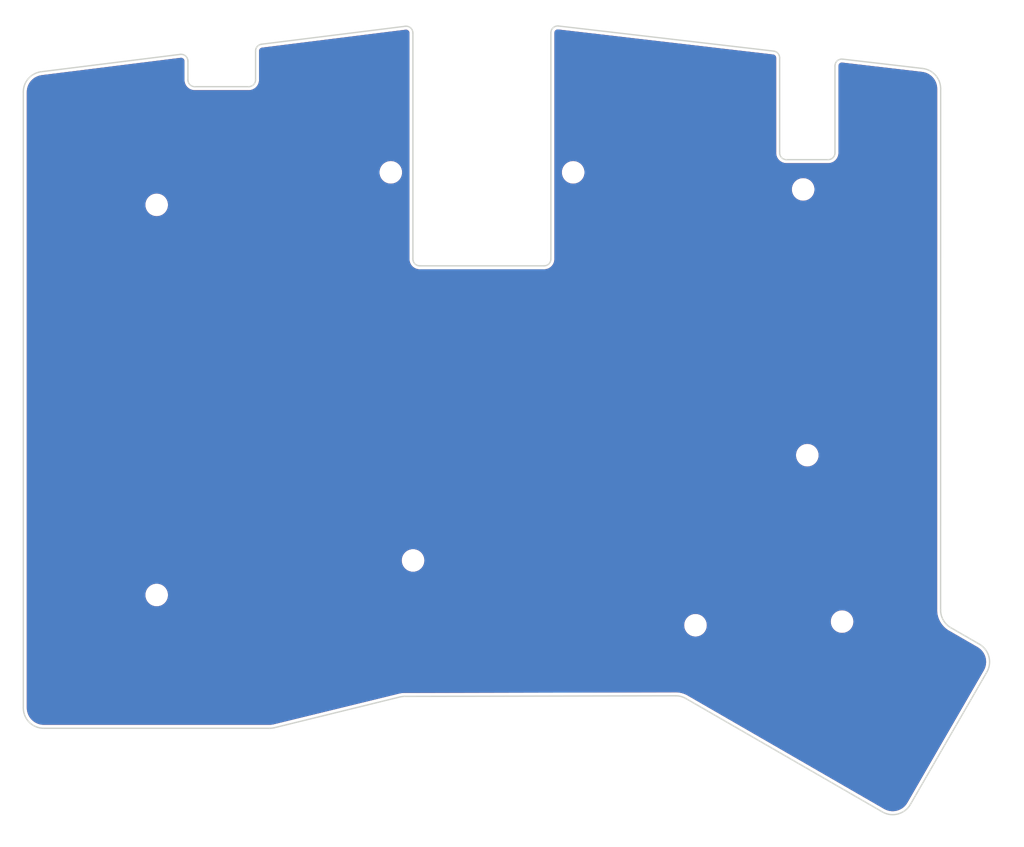
<source format=kicad_pcb>
(kicad_pcb (version 20211014) (generator pcbnew)
  (layers (0 "F.Cu" signal) (31 "B.Cu" signal) (34 "B.Paste" user) (35 "F.Paste" user) (36 "B.SilkS" user "B.Silkscreen") (37 "F.SilkS" user "F.Silkscreen") (38 "B.Mask" user) (39 "F.Mask" user) (44 "Edge.Cuts" user))
  (net 0 "")
  (footprint "MountingHole:MountingHole_2.2mm_M2" (layer "F.Cu") (at 186.386594 102.92447)
    (fp_text reference "REF**")
    (fp_text value "MountingHole_2.2mm_M2")
    (pad "" np_thru_hole circle (at 0 0) (size 2.3 2.3) (drill 2.3) (layers F&B.Cu *.Mask))
  )
  (footprint "MountingHole:MountingHole_2.2mm_M2" (layer "F.Cu") (at 170.017484 127.835648)
    (fp_text reference "REF**")
    (fp_text value "MountingHole_2.2mm_M2")
    (pad "" np_thru_hole circle (at 0 0) (size 2.3 2.3) (drill 2.3) (layers F&B.Cu *.Mask))
  )
  (footprint "MountingHole:MountingHole_2.2mm_M2" (layer "F.Cu") (at 128.669987 118.342032)
    (fp_text reference "REF**")
    (fp_text value "MountingHole_2.2mm_M2")
    (pad "" np_thru_hole circle (at 0 0) (size 2.3 2.3) (drill 2.3) (layers F&B.Cu *.Mask))
  )
  (footprint "MountingHole:MountingHole_2.2mm_M2" (layer "F.Cu") (at 191.477614 127.302563)
    (fp_text reference "REF**")
    (fp_text value "MountingHole_2.2mm_M2")
    (pad "" np_thru_hole circle (at 0 0) (size 2.3 2.3) (drill 2.3) (layers F&B.Cu *.Mask))
  )
  (footprint "MountingHole:MountingHole_2.2mm_M2" (layer "F.Cu") (at 125.411269 61.49102)
    (fp_text reference "REF**")
    (fp_text value "MountingHole_2.2mm_M2")
    (pad "" np_thru_hole circle (at 0 0) (size 2.3 2.3) (drill 2.3) (layers F&B.Cu *.Mask))
  )
  (footprint "MountingHole:MountingHole_2.2mm_M2" (layer "F.Cu") (at 185.781276 63.990974)
    (fp_text reference "REF**")
    (fp_text value "MountingHole_2.2mm_M2")
    (pad "" np_thru_hole circle (at 0 0) (size 2.3 2.3) (drill 2.3) (layers F&B.Cu *.Mask))
  )
  (footprint "MountingHole:MountingHole_2.2mm_M2" (layer "F.Cu") (at 91.136544 66.25282)
    (fp_text reference "REF**")
    (fp_text value "MountingHole_2.2mm_M2")
    (pad "" np_thru_hole circle (at 0 0) (size 2.3 2.3) (drill 2.3) (layers F&B.Cu *.Mask))
  )
  (footprint "MountingHole:MountingHole_2.2mm_M2" (layer "F.Cu") (at 152.111619 61.49102)
    (fp_text reference "REF**")
    (fp_text value "MountingHole_2.2mm_M2")
    (pad "" np_thru_hole circle (at 0 0) (size 2.3 2.3) (drill 2.3) (layers F&B.Cu *.Mask))
  )
  (footprint "MountingHole:MountingHole_2.2mm_M2" (layer "F.Cu") (at 91.136544 123.40282)
    (fp_text reference "REF**")
    (fp_text value "MountingHole_2.2mm_M2")
    (pad "" np_thru_hole circle (at 0 0) (size 2.3 2.3) (drill 2.3) (layers F&B.Cu *.Mask))
  )
  (gr_line (start 74.611744 142.92837) (end 107.661094 142.92837) (layer "Edge.Cuts") (width 0.2))
  (gr_line (start 128.64878 74.185947) (end 128.64878 41.083381) (layer "Edge.Cuts") (width 0.2))
  (gr_arc (start 96.712278 48.942254) (mid 96.005185 48.649357) (end 95.712278 47.942254) (layer "Edge.Cuts") (width 0.2))
  (gr_line (start 127.435322 138.25924) (end 167.108652 138.169515) (layer "Edge.Cuts") (width 0.2))
  (gr_line (start 71.611744 49.72787) (end 71.611744 139.92837) (layer "Edge.Cuts") (width 0.2))
  (gr_arc (start 105.612278 47.942254) (mid 105.319396 48.649381) (end 104.612278 48.942254) (layer "Edge.Cuts") (width 0.2))
  (gr_line (start 201.477411 154.082727) (end 212.669491 134.699319) (layer "Edge.Cuts") (width 0.2))
  (gr_line (start 148.84878 41.048168) (end 148.84878 74.185947) (layer "Edge.Cuts") (width 0.2))
  (gr_line (start 211.57159 130.601202) (end 207.400442 128.192746) (layer "Edge.Cuts") (width 0.2))
  (gr_arc (start 181.453591 43.728338) (mid 182.084643 44.056735) (end 182.337719 44.721602) (layer "Edge.Cuts") (width 0.2))
  (gr_line (start 95.712278 47.942254) (end 95.712278 45.200008) (layer "Edge.Cuts") (width 0.2))
  (gr_line (start 104.612278 48.942254) (end 96.712278 48.942254) (layer "Edge.Cuts") (width 0.2))
  (gr_line (start 190.437719 45.899847) (end 190.437719 58.632371) (layer "Edge.Cuts") (width 0.2))
  (gr_arc (start 190.437719 45.899847) (mid 190.772855 45.15294) (end 191.553591 44.906583) (layer "Edge.Cuts") (width 0.2))
  (gr_arc (start 148.84878 41.048168) (mid 149.183907 40.301229) (end 149.964652 40.054904) (layer "Edge.Cuts") (width 0.2))
  (gr_line (start 127.524758 40.091102) (end 106.488256 42.720386) (layer "Edge.Cuts") (width 0.2))
  (gr_line (start 189.437719 59.632371) (end 183.337719 59.632371) (layer "Edge.Cuts") (width 0.2))
  (gr_arc (start 108.375017 142.842185) (mid 108.020647 142.906748) (end 107.661094 142.92837) (layer "Edge.Cuts") (width 0.2))
  (gr_arc (start 105.612278 43.712666) (mid 105.862612 43.05087) (end 106.488256 42.720386) (layer "Edge.Cuts") (width 0.2))
  (gr_arc (start 203.258711 46.272078) (mid 205.152084 47.257391) (end 205.911094 49.252284) (layer "Edge.Cuts") (width 0.2))
  (gr_line (start 168.615598 138.571525) (end 197.379235 155.180603) (layer "Edge.Cuts") (width 0.2))
  (gr_arc (start 129.64878 75.185947) (mid 128.941689 74.893051) (end 128.64878 74.185947) (layer "Edge.Cuts") (width 0.2))
  (gr_arc (start 148.84878 74.185947) (mid 148.555901 74.893079) (end 147.84878 75.185947) (layer "Edge.Cuts") (width 0.2))
  (gr_arc (start 94.588256 44.207729) (mid 95.374081 44.450333) (end 95.712278 45.200008) (layer "Edge.Cuts") (width 0.2))
  (gr_arc (start 207.400442 128.192746) (mid 206.302334 127.0945) (end 205.900555 125.594321) (layer "Edge.Cuts") (width 0.2))
  (gr_line (start 94.588256 44.207729) (end 74.239679 46.751032) (layer "Edge.Cuts") (width 0.2))
  (gr_arc (start 74.611744 142.92837) (mid 72.490421 142.049691) (end 71.611744 139.92837) (layer "Edge.Cuts") (width 0.2))
  (gr_arc (start 71.611744 49.72787) (mid 72.362722 47.742446) (end 74.239679 46.751032) (layer "Edge.Cuts") (width 0.2))
  (gr_arc (start 201.477411 154.082727) (mid 199.655701 155.480432) (end 197.379235 155.180603) (layer "Edge.Cuts") (width 0.2))
  (gr_line (start 147.84878 75.185947) (end 129.64878 75.185947) (layer "Edge.Cuts") (width 0.2))
  (gr_line (start 108.375017 142.842185) (end 126.728184 138.345418) (layer "Edge.Cuts") (width 0.2))
  (gr_line (start 205.900555 125.594321) (end 205.911094 49.252284) (layer "Edge.Cuts") (width 0.2))
  (gr_line (start 182.337719 58.632371) (end 182.337719 44.721602) (layer "Edge.Cuts") (width 0.2))
  (gr_arc (start 127.524758 40.091102) (mid 128.31059 40.333706) (end 128.64878 41.083381) (layer "Edge.Cuts") (width 0.2))
  (gr_arc (start 126.728184 138.345418) (mid 127.079186 138.281267) (end 127.435322 138.25924) (layer "Edge.Cuts") (width 0.2))
  (gr_line (start 181.453591 43.728338) (end 149.964652 40.054904) (layer "Edge.Cuts") (width 0.2))
  (gr_line (start 105.612278 43.712666) (end 105.612278 47.942254) (layer "Edge.Cuts") (width 0.2))
  (gr_arc (start 211.57159 130.601202) (mid 212.969272 132.422875) (end 212.669491 134.699319) (layer "Edge.Cuts") (width 0.2))
  (gr_arc (start 167.108652 138.169515) (mid 167.888711 138.270867) (end 168.615598 138.571525) (layer "Edge.Cuts") (width 0.2))
  (gr_arc (start 190.437719 58.632371) (mid 190.144834 59.339501) (end 189.437719 59.632371) (layer "Edge.Cuts") (width 0.2))
  (gr_line (start 203.258711 46.272078) (end 191.553591 44.906583) (layer "Edge.Cuts") (width 0.2))
  (gr_arc (start 183.337719 59.632371) (mid 182.630594 59.33949) (end 182.337719 58.632371) (layer "Edge.Cuts") (width 0.2))
  (zone (net 0) (net_name "") (layers F&B.Cu) (connect_pads (clearance 0.508)) (min_thickness 0.254) (fill yes (thermal_gap 0.508) (thermal_bridge_width 0.508))
    (polygon (pts (xy 208.8642 43.561) (xy 209.1944 124.079) (xy 218.1098 131.0894) (xy 202.184 160.3502) (xy 166.5478 142.8496) (xy 131.8514 143.1798) (xy 114.9858 146.9898) (xy 69.7992 146.3548) (xy 68.199 45.1612) (xy 137.2616 36.2458)))
  )
)
</source>
